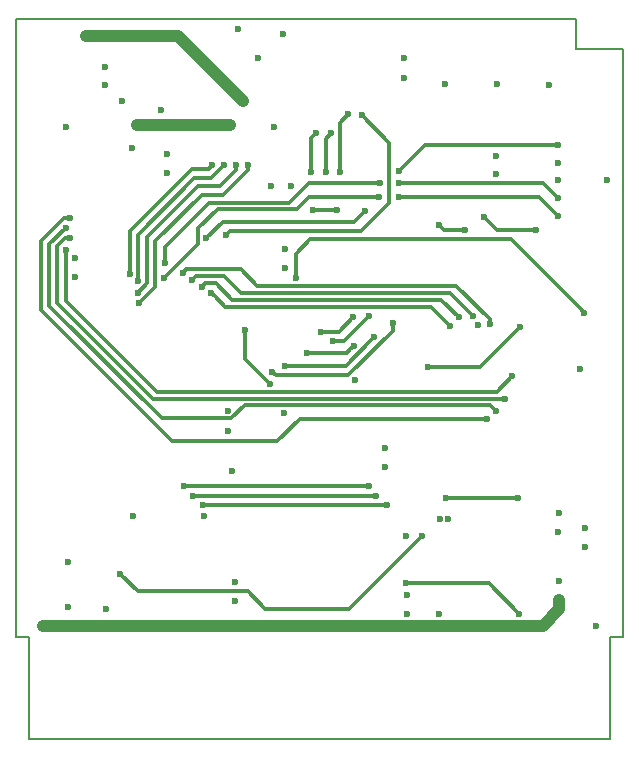
<source format=gbr>
G04 #@! TF.GenerationSoftware,KiCad,Pcbnew,5.0.2-bee76a0~70~ubuntu18.10.1*
G04 #@! TF.CreationDate,2019-01-06T00:11:33+02:00*
G04 #@! TF.ProjectId,GB-LIVE32,47422d4c-4956-4453-9332-2e6b69636164,v2.0*
G04 #@! TF.SameCoordinates,Original*
G04 #@! TF.FileFunction,Copper,L4,Bot*
G04 #@! TF.FilePolarity,Positive*
%FSLAX46Y46*%
G04 Gerber Fmt 4.6, Leading zero omitted, Abs format (unit mm)*
G04 Created by KiCad (PCBNEW 5.0.2-bee76a0~70~ubuntu18.10.1) date su  6. tammikuuta 2019 00.11.33*
%MOMM*%
%LPD*%
G01*
G04 APERTURE LIST*
G04 #@! TA.AperFunction,NonConductor*
%ADD10C,0.150000*%
G04 #@! TD*
G04 #@! TA.AperFunction,ViaPad*
%ADD11C,0.600000*%
G04 #@! TD*
G04 #@! TA.AperFunction,Conductor*
%ADD12C,1.000000*%
G04 #@! TD*
G04 #@! TA.AperFunction,Conductor*
%ADD13C,0.320000*%
G04 #@! TD*
G04 APERTURE END LIST*
D10*
X121700000Y-41600000D02*
X125700000Y-41600000D01*
X121700000Y-39000000D02*
X121700000Y-41600000D01*
X125700000Y-41600000D02*
X125700000Y-91400000D01*
X74300000Y-39000000D02*
X121700000Y-39000000D01*
X74300000Y-91400000D02*
X74300000Y-39000000D01*
X124600000Y-91400000D02*
X125700000Y-91400000D01*
X75400000Y-91400000D02*
X74300000Y-91400000D01*
X124600000Y-91400000D02*
X124600000Y-100000000D01*
X75400000Y-100000000D02*
X124600000Y-100000000D01*
X75400000Y-91400000D02*
X75400000Y-100000000D01*
D11*
G04 #@! TO.N,Net-(C1-Pad2)*
X84500000Y-48000000D03*
X92400000Y-48000000D03*
G04 #@! TO.N,GND*
X93100000Y-39900000D03*
X92800000Y-86700000D03*
X120300000Y-86600000D03*
X123400000Y-90400000D03*
X78700000Y-88800000D03*
X81900000Y-89000000D03*
X90200000Y-81100000D03*
X84200000Y-81100000D03*
X110100000Y-89400000D03*
X110200000Y-81400000D03*
X110900000Y-81400000D03*
X86600000Y-46700000D03*
X81800000Y-43100000D03*
X81800000Y-44600000D03*
X96900000Y-40300000D03*
X107100000Y-44000000D03*
X122500000Y-82100000D03*
X120300000Y-80900000D03*
X105500000Y-75400000D03*
X107400000Y-89400000D03*
X107300000Y-82800000D03*
X103000000Y-69600000D03*
X97000000Y-72400000D03*
X97100000Y-58500000D03*
X79300000Y-59300000D03*
X92200000Y-73900000D03*
X114900000Y-50600000D03*
X110600000Y-44500000D03*
X113383309Y-64983309D03*
X97600000Y-53200000D03*
X96100000Y-48200000D03*
X94800000Y-42300000D03*
X83300000Y-46000000D03*
X78500000Y-48200000D03*
X84100000Y-50000000D03*
X120200000Y-52700000D03*
X87100000Y-52100000D03*
X124300000Y-52700000D03*
G04 #@! TO.N,VCC*
X92800000Y-88300000D03*
X78700000Y-85000000D03*
X107100000Y-42300000D03*
X122500000Y-83700000D03*
X120200000Y-82500000D03*
X105500000Y-77000000D03*
X107400000Y-87800000D03*
X97100000Y-60100000D03*
X79300000Y-60900000D03*
X92200000Y-72200000D03*
X114900000Y-52200000D03*
X115000000Y-44500000D03*
X119400000Y-44600000D03*
X92600000Y-77300000D03*
X122000000Y-68700000D03*
X95900000Y-53200000D03*
X120200000Y-51200000D03*
X87100000Y-50500000D03*
G04 #@! TO.N,Net-(C9-Pad1)*
X80200000Y-40500000D03*
X93500000Y-46000000D03*
G04 #@! TO.N,/VCC_CART*
X76600000Y-90400004D03*
X120300000Y-88200000D03*
G04 #@! TO.N,/~CS*
X116800000Y-79600000D03*
X92100000Y-57300000D03*
X103600000Y-47200000D03*
X110700000Y-79600000D03*
G04 #@! TO.N,/~GB_EN*
X93700000Y-65400000D03*
X95800000Y-69900000D03*
X101700000Y-52000000D03*
X102400000Y-47100000D03*
G04 #@! TO.N,/~GB_RES*
X98000000Y-60940000D03*
X122400002Y-63900000D03*
G04 #@! TO.N,/~WR*
X99300000Y-52000000D03*
X99700000Y-48700000D03*
X113900000Y-55800006D03*
X118300000Y-56900000D03*
G04 #@! TO.N,/~OE*
X100500000Y-52000000D03*
X101000000Y-48700000D03*
G04 #@! TO.N,/D4*
X78900000Y-55900000D03*
X114200000Y-72900000D03*
G04 #@! TO.N,/D5*
X78500000Y-56700000D03*
X114900000Y-72200000D03*
G04 #@! TO.N,/D6*
X78900000Y-57600000D03*
X115700000Y-71200000D03*
G04 #@! TO.N,/D7*
X78500000Y-58600000D03*
X116300000Y-69300000D03*
G04 #@! TO.N,/A0*
X83900000Y-60600000D03*
X90900000Y-51400000D03*
G04 #@! TO.N,/A1*
X84600000Y-61200000D03*
X91900000Y-51400000D03*
G04 #@! TO.N,/A2*
X84600000Y-62200000D03*
X92900000Y-51400000D03*
G04 #@! TO.N,/A3*
X84700000Y-63100000D03*
X93900000Y-51400000D03*
G04 #@! TO.N,/A4*
X90400000Y-57600000D03*
X103799994Y-55300000D03*
G04 #@! TO.N,/A5*
X104200000Y-78600000D03*
X88500000Y-78600000D03*
G04 #@! TO.N,/A6*
X104800000Y-79400000D03*
X89300006Y-79400000D03*
G04 #@! TO.N,/A7*
X105700000Y-80200000D03*
X90099992Y-80200000D03*
G04 #@! TO.N,/A8*
X96000000Y-68900000D03*
X106199978Y-64800000D03*
G04 #@! TO.N,/A9*
X97100000Y-68400000D03*
X104599978Y-66000000D03*
G04 #@! TO.N,/A10*
X117000000Y-65100000D03*
X109200000Y-68500000D03*
G04 #@! TO.N,/A11*
X98900000Y-67300000D03*
X102900006Y-66700000D03*
G04 #@! TO.N,/A12*
X100125000Y-65500000D03*
X102800000Y-64300000D03*
G04 #@! TO.N,/A13*
X101100000Y-66300000D03*
X104200000Y-64199994D03*
G04 #@! TO.N,/A14*
X112300000Y-56900000D03*
X110100000Y-56500000D03*
G04 #@! TO.N,/D0*
X111000000Y-65000000D03*
X90800000Y-62200000D03*
G04 #@! TO.N,/D1*
X111800000Y-64300010D03*
X90000004Y-61700000D03*
G04 #@! TO.N,/D2*
X113000000Y-64200000D03*
X89200000Y-61100000D03*
G04 #@! TO.N,/D3*
X114400000Y-64900000D03*
X88400000Y-60500000D03*
G04 #@! TO.N,Net-(U4-Pad1)*
X83100000Y-86000000D03*
X108700000Y-82800000D03*
G04 #@! TO.N,Net-(U4-Pad4)*
X107300000Y-86800000D03*
X116900000Y-89400000D03*
G04 #@! TO.N,/VPP*
X120200000Y-49700000D03*
X106700000Y-51900000D03*
X101500000Y-55200000D03*
X99400001Y-55200000D03*
G04 #@! TO.N,/PGD*
X86900000Y-59700000D03*
X120200000Y-54200000D03*
X106699992Y-52900000D03*
X105100000Y-52900000D03*
G04 #@! TO.N,/PGC*
X86800000Y-61000000D03*
X120200000Y-55700000D03*
X105000000Y-54100000D03*
X106700008Y-54100000D03*
G04 #@! TD*
D12*
G04 #@! TO.N,Net-(C1-Pad2)*
X84500000Y-48000000D02*
X92400000Y-48000000D01*
G04 #@! TO.N,Net-(C9-Pad1)*
X88000000Y-40500000D02*
X93500000Y-46000000D01*
X80200000Y-40500000D02*
X88000000Y-40500000D01*
G04 #@! TO.N,/VCC_CART*
X76600000Y-90400004D02*
X118899996Y-90400004D01*
X120300000Y-89000000D02*
X120300000Y-88200000D01*
X118899996Y-90400004D02*
X120300000Y-89000000D01*
D13*
G04 #@! TO.N,/~CS*
X116800000Y-79600000D02*
X110700000Y-79600000D01*
X105900000Y-49500000D02*
X103600000Y-47200000D01*
X103499999Y-57000001D02*
X105900000Y-54600000D01*
X92100000Y-57300000D02*
X92399999Y-57000001D01*
X105900000Y-54600000D02*
X105900000Y-49500000D01*
X92399999Y-57000001D02*
X103499999Y-57000001D01*
G04 #@! TO.N,/~GB_EN*
X93700000Y-67800000D02*
X95800000Y-69900000D01*
X93700000Y-65400000D02*
X93700000Y-67800000D01*
X101700000Y-52000000D02*
X101700000Y-47800000D01*
X101700000Y-47800000D02*
X102400000Y-47100000D01*
G04 #@! TO.N,/~GB_RES*
X98000000Y-58900000D02*
X99200000Y-57700000D01*
X99200000Y-57700000D02*
X116200002Y-57700000D01*
X98000000Y-60940000D02*
X98000000Y-58900000D01*
X116200002Y-57700000D02*
X122100003Y-63600001D01*
X122100003Y-63600001D02*
X122400002Y-63900000D01*
G04 #@! TO.N,/~WR*
X99300000Y-52000000D02*
X99300000Y-49100000D01*
X99300000Y-49100000D02*
X99700000Y-48700000D01*
X114999994Y-56900000D02*
X113900000Y-55800006D01*
X118300000Y-56900000D02*
X114999994Y-56900000D01*
G04 #@! TO.N,/~OE*
X100500000Y-49200000D02*
X101000000Y-48700000D01*
X100500000Y-52000000D02*
X100500000Y-49200000D01*
G04 #@! TO.N,/D4*
X98300000Y-72900000D02*
X114200000Y-72900000D01*
X78323198Y-55900000D02*
X76400000Y-57823198D01*
X78900000Y-55900000D02*
X78323198Y-55900000D01*
X76400000Y-57823198D02*
X76400000Y-63700000D01*
X76400000Y-63700000D02*
X87500000Y-74800000D01*
X87500000Y-74800000D02*
X96400000Y-74800000D01*
X96400000Y-74800000D02*
X98300000Y-72900000D01*
G04 #@! TO.N,/D5*
X114420010Y-71720010D02*
X114900000Y-72200000D01*
X77100000Y-58100000D02*
X77100000Y-63300000D01*
X78500000Y-56700000D02*
X77100000Y-58100000D01*
X77100000Y-63300000D02*
X86660001Y-72860001D01*
X86660001Y-72860001D02*
X92516801Y-72860001D01*
X92516801Y-72860001D02*
X93656792Y-71720010D01*
X93656792Y-71720010D02*
X114420010Y-71720010D01*
G04 #@! TO.N,/D6*
X85900000Y-71200000D02*
X115700000Y-71200000D01*
X77800000Y-58275736D02*
X77800000Y-63100000D01*
X78900000Y-57600000D02*
X78475736Y-57600000D01*
X77800000Y-63100000D02*
X85900000Y-71200000D01*
X78475736Y-57600000D02*
X77800000Y-58275736D01*
G04 #@! TO.N,/D7*
X115000000Y-70600000D02*
X116300000Y-69300000D01*
X86200000Y-70600000D02*
X115000000Y-70600000D01*
X78500000Y-58600000D02*
X78500000Y-62900000D01*
X78500000Y-62900000D02*
X86200000Y-70600000D01*
G04 #@! TO.N,/A0*
X90600001Y-51699999D02*
X90900000Y-51400000D01*
X89200001Y-51699999D02*
X90600001Y-51699999D01*
X83900000Y-60600000D02*
X83900000Y-57000000D01*
X83900000Y-57000000D02*
X89200001Y-51699999D01*
G04 #@! TO.N,/A1*
X84600000Y-57300000D02*
X84600000Y-61200000D01*
X89400000Y-52500000D02*
X84600000Y-57300000D01*
X91900000Y-51400000D02*
X90800000Y-52500000D01*
X90800000Y-52500000D02*
X89400000Y-52500000D01*
G04 #@! TO.N,/A2*
X89700000Y-53200000D02*
X85400000Y-57500000D01*
X92900000Y-51400000D02*
X92900000Y-51824264D01*
X85400000Y-61400000D02*
X84600000Y-62200000D01*
X85400000Y-57500000D02*
X85400000Y-61400000D01*
X91524264Y-53200000D02*
X89700000Y-53200000D01*
X92900000Y-51824264D02*
X91524264Y-53200000D01*
G04 #@! TO.N,/A3*
X86100000Y-61700000D02*
X84700000Y-63100000D01*
X86100000Y-57800000D02*
X86100000Y-61700000D01*
X90000000Y-53900000D02*
X86100000Y-57800000D01*
X91824264Y-53900000D02*
X90000000Y-53900000D01*
X93900000Y-51400000D02*
X93900000Y-51824264D01*
X93900000Y-51824264D02*
X91824264Y-53900000D01*
G04 #@! TO.N,/A4*
X102899994Y-56200000D02*
X103499995Y-55599999D01*
X103499995Y-55599999D02*
X103799994Y-55300000D01*
X91800000Y-56200000D02*
X102899994Y-56200000D01*
X90400000Y-57600000D02*
X91800000Y-56200000D01*
G04 #@! TO.N,/A5*
X104200000Y-78600000D02*
X88500000Y-78600000D01*
G04 #@! TO.N,/A6*
X104800000Y-79400000D02*
X89300006Y-79400000D01*
G04 #@! TO.N,/A7*
X105700000Y-80200000D02*
X90099992Y-80200000D01*
G04 #@! TO.N,/A8*
X106199978Y-65424322D02*
X106199978Y-65224264D01*
X106199978Y-65224264D02*
X106199978Y-64800000D01*
X96299999Y-69199999D02*
X102424301Y-69199999D01*
X102424301Y-69199999D02*
X106199978Y-65424322D01*
X96000000Y-68900000D02*
X96299999Y-69199999D01*
G04 #@! TO.N,/A9*
X104299979Y-66299999D02*
X104599978Y-66000000D01*
X97100000Y-68400000D02*
X102199978Y-68400000D01*
X102199978Y-68400000D02*
X104299979Y-66299999D01*
G04 #@! TO.N,/A10*
X113600000Y-68500000D02*
X109200000Y-68500000D01*
X113600000Y-68500000D02*
X117000000Y-65100000D01*
G04 #@! TO.N,/A11*
X98900000Y-67300000D02*
X102300006Y-67300000D01*
X102300006Y-67300000D02*
X102600007Y-66999999D01*
X102600007Y-66999999D02*
X102900006Y-66700000D01*
G04 #@! TO.N,/A12*
X100125000Y-65500000D02*
X101600000Y-65500000D01*
X101600000Y-65500000D02*
X102800000Y-64300000D01*
G04 #@! TO.N,/A13*
X102099994Y-66300000D02*
X104200000Y-64199994D01*
X101100000Y-66300000D02*
X102099994Y-66300000D01*
G04 #@! TO.N,/A14*
X112300000Y-56900000D02*
X110500000Y-56900000D01*
X110500000Y-56900000D02*
X110100000Y-56500000D01*
G04 #@! TO.N,/D0*
X111000000Y-65000000D02*
X109400000Y-63400000D01*
X91099999Y-62499999D02*
X90800000Y-62200000D01*
X109400000Y-63400000D02*
X92000000Y-63400000D01*
X92000000Y-63400000D02*
X91099999Y-62499999D01*
G04 #@! TO.N,/D1*
X111800000Y-64300010D02*
X110299990Y-62800000D01*
X110299990Y-62800000D02*
X92600000Y-62800000D01*
X92600000Y-62800000D02*
X91200001Y-61400001D01*
X90300003Y-61400001D02*
X90000004Y-61700000D01*
X91200001Y-61400001D02*
X90300003Y-61400001D01*
G04 #@! TO.N,/D2*
X89499999Y-60800001D02*
X89200000Y-61100000D01*
X93300000Y-62200000D02*
X91900001Y-60800001D01*
X91900001Y-60800001D02*
X89499999Y-60800001D01*
X111000000Y-62200000D02*
X93300000Y-62200000D01*
X113000000Y-64200000D02*
X111000000Y-62200000D01*
G04 #@! TO.N,/D3*
X114400000Y-64900000D02*
X114400000Y-64475736D01*
X114400000Y-64475736D02*
X111524264Y-61600000D01*
X111524264Y-61600000D02*
X94700000Y-61600000D01*
X88699999Y-60200001D02*
X88400000Y-60500000D01*
X94700000Y-61600000D02*
X93300001Y-60200001D01*
X93300001Y-60200001D02*
X88699999Y-60200001D01*
G04 #@! TO.N,Net-(U4-Pad1)*
X84600000Y-87500000D02*
X83100000Y-86000000D01*
X95400000Y-89000000D02*
X93900000Y-87500000D01*
X108700000Y-82800000D02*
X102500000Y-89000000D01*
X93900000Y-87500000D02*
X84600000Y-87500000D01*
X102500000Y-89000000D02*
X95400000Y-89000000D01*
G04 #@! TO.N,Net-(U4-Pad4)*
X107300000Y-86800000D02*
X114300000Y-86800000D01*
X114300000Y-86800000D02*
X116900000Y-89400000D01*
G04 #@! TO.N,/VPP*
X120200000Y-49700000D02*
X108900000Y-49700000D01*
X108900000Y-49700000D02*
X106700000Y-51900000D01*
X101500000Y-55200000D02*
X99400001Y-55200000D01*
G04 #@! TO.N,/PGD*
X118900000Y-52900000D02*
X107124256Y-52900000D01*
X107124256Y-52900000D02*
X106699992Y-52900000D01*
X120200000Y-54200000D02*
X118900000Y-52900000D01*
X90600000Y-54600000D02*
X97400000Y-54600000D01*
X97400000Y-54600000D02*
X99100000Y-52900000D01*
X86900000Y-58300000D02*
X90600000Y-54600000D01*
X86900000Y-59700000D02*
X86900000Y-58300000D01*
X99100000Y-52900000D02*
X104675736Y-52900000D01*
X104675736Y-52900000D02*
X105100000Y-52900000D01*
G04 #@! TO.N,/PGC*
X99100000Y-54100000D02*
X104575736Y-54100000D01*
X91379990Y-55120010D02*
X98079990Y-55120010D01*
X86800000Y-61000000D02*
X89739999Y-58060001D01*
X89739999Y-56760001D02*
X91379990Y-55120010D01*
X89739999Y-58060001D02*
X89739999Y-56760001D01*
X104575736Y-54100000D02*
X105000000Y-54100000D01*
X98079990Y-55120010D02*
X99100000Y-54100000D01*
X107124272Y-54100000D02*
X106700008Y-54100000D01*
X118600000Y-54100000D02*
X107124272Y-54100000D01*
X120200000Y-55700000D02*
X118600000Y-54100000D01*
G04 #@! TD*
M02*

</source>
